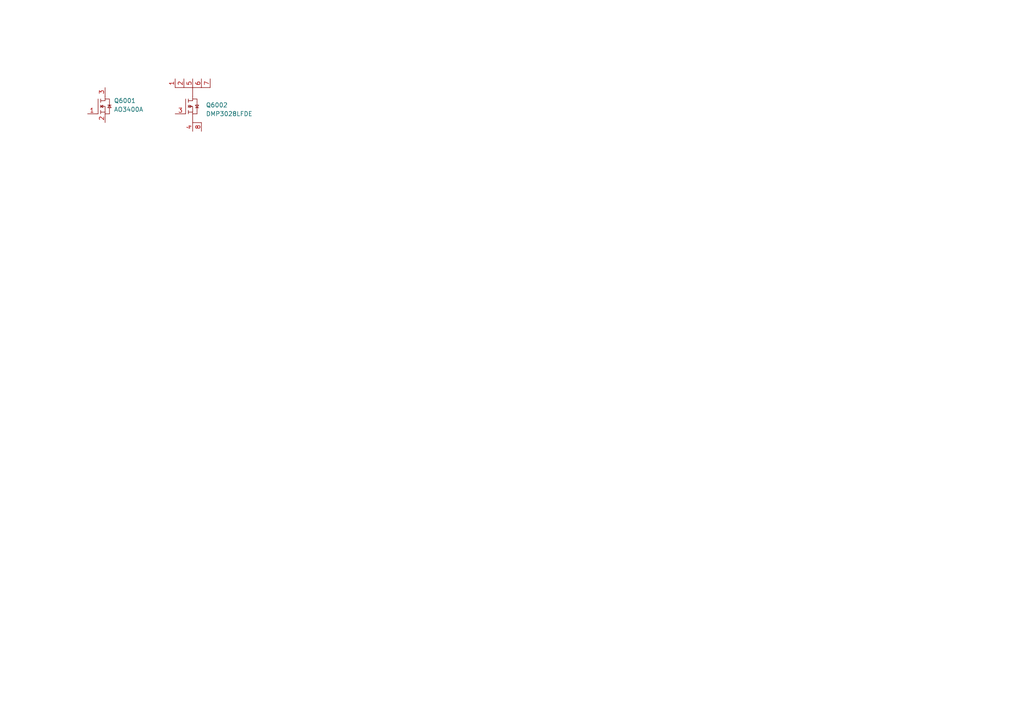
<source format=kicad_sch>
(kicad_sch
	(version 20231120)
	(generator "eeschema")
	(generator_version "8.0")
	(uuid "2a82675a-e6eb-448d-8f41-743d7f083535")
	(paper "A4")
	(title_block
		(title "Lily KiCad Library test")
		(date "2024-07-03")
		(rev "1")
		(company "LilyTronics")
	)
	(lib_symbols
		(symbol "lily_symbols:mosfet_n_AO3400A_sot23"
			(pin_names hide)
			(exclude_from_sim no)
			(in_bom yes)
			(on_board yes)
			(property "Reference" "Q"
				(at 7.62 3.81 0)
				(effects
					(font
						(size 1.27 1.27)
					)
					(justify left)
				)
			)
			(property "Value" "AO3400A"
				(at 7.62 1.27 0)
				(effects
					(font
						(size 1.27 1.27)
					)
					(justify left)
				)
			)
			(property "Footprint" "lily_footprints:sot23"
				(at 5.08 -15.24 0)
				(effects
					(font
						(size 1.27 1.27)
					)
					(hide yes)
				)
			)
			(property "Datasheet" ""
				(at -5.08 -2.54 0)
				(effects
					(font
						(size 1.27 1.27)
					)
					(hide yes)
				)
			)
			(property "Description" ""
				(at 0 0 0)
				(effects
					(font
						(size 1.27 1.27)
					)
					(hide yes)
				)
			)
			(property "Revision" "1"
				(at 5.08 -10.16 0)
				(effects
					(font
						(size 1.27 1.27)
					)
					(hide yes)
				)
			)
			(property "Status" "Active"
				(at 5.08 -12.7 0)
				(effects
					(font
						(size 1.27 1.27)
					)
					(hide yes)
				)
			)
			(property "Manufacturer" "Alpha and Omega Semicon "
				(at 5.08 -17.78 0)
				(effects
					(font
						(size 1.27 1.27)
					)
					(hide yes)
				)
			)
			(property "Manufacturer_ID" "AO3400A"
				(at 5.08 -20.32 0)
				(effects
					(font
						(size 1.27 1.27)
					)
					(hide yes)
				)
			)
			(property "Lily_ID" "1918-10001"
				(at 5.08 -22.86 0)
				(effects
					(font
						(size 1.27 1.27)
					)
					(hide yes)
				)
			)
			(property "JLCPCB_ID" "C20917"
				(at 5.08 -25.4 0)
				(effects
					(font
						(size 1.27 1.27)
					)
					(hide yes)
				)
			)
			(property "JLCPCB_STATUS" "Basic"
				(at 5.08 -27.94 0)
				(effects
					(font
						(size 1.27 1.27)
					)
					(hide yes)
				)
			)
			(symbol "mosfet_n_AO3400A_sot23_0_1"
				(polyline
					(pts
						(xy 3.048 0) (xy 2.54 0)
					)
					(stroke
						(width 0)
						(type default)
					)
					(fill
						(type none)
					)
				)
				(polyline
					(pts
						(xy 3.048 4.318) (xy 3.048 0)
					)
					(stroke
						(width 0)
						(type default)
					)
					(fill
						(type none)
					)
				)
				(polyline
					(pts
						(xy 3.81 0) (xy 3.81 1.016)
					)
					(stroke
						(width 0)
						(type default)
					)
					(fill
						(type none)
					)
				)
				(polyline
					(pts
						(xy 3.81 0.508) (xy 5.08 0.508)
					)
					(stroke
						(width 0)
						(type default)
					)
					(fill
						(type none)
					)
				)
				(polyline
					(pts
						(xy 3.81 1.778) (xy 3.81 2.54)
					)
					(stroke
						(width 0)
						(type default)
					)
					(fill
						(type none)
					)
				)
				(polyline
					(pts
						(xy 3.81 4.318) (xy 3.81 3.302)
					)
					(stroke
						(width 0)
						(type default)
					)
					(fill
						(type none)
					)
				)
				(polyline
					(pts
						(xy 5.08 3.81) (xy 3.81 3.81)
					)
					(stroke
						(width 0)
						(type default)
					)
					(fill
						(type none)
					)
				)
				(polyline
					(pts
						(xy 5.08 5.08) (xy 5.08 3.81)
					)
					(stroke
						(width 0)
						(type default)
					)
					(fill
						(type none)
					)
				)
				(polyline
					(pts
						(xy 5.842 2.54) (xy 6.858 2.54)
					)
					(stroke
						(width 0)
						(type default)
					)
					(fill
						(type none)
					)
				)
				(polyline
					(pts
						(xy 6.35 0) (xy 5.08 0)
					)
					(stroke
						(width 0)
						(type default)
					)
					(fill
						(type none)
					)
				)
				(polyline
					(pts
						(xy 3.81 2.159) (xy 5.08 2.159) (xy 5.08 0)
					)
					(stroke
						(width 0)
						(type default)
					)
					(fill
						(type none)
					)
				)
				(polyline
					(pts
						(xy 5.08 4.318) (xy 6.35 4.318) (xy 6.35 0)
					)
					(stroke
						(width 0)
						(type default)
					)
					(fill
						(type none)
					)
				)
				(polyline
					(pts
						(xy 3.81 2.159) (xy 4.445 2.54) (xy 4.445 1.778) (xy 3.81 2.159)
					)
					(stroke
						(width 0)
						(type default)
					)
					(fill
						(type none)
					)
				)
				(polyline
					(pts
						(xy 6.35 2.54) (xy 5.842 1.778) (xy 6.858 1.778) (xy 6.35 2.54)
					)
					(stroke
						(width 0)
						(type default)
					)
					(fill
						(type none)
					)
				)
			)
			(symbol "mosfet_n_AO3400A_sot23_1_1"
				(pin passive line
					(at 0 0 0)
					(length 2.54)
					(name ""
						(effects
							(font
								(size 1.27 1.27)
							)
						)
					)
					(number "1"
						(effects
							(font
								(size 1.27 1.27)
							)
						)
					)
				)
				(pin passive line
					(at 5.08 -2.54 90)
					(length 2.54)
					(name ""
						(effects
							(font
								(size 1.27 1.27)
							)
						)
					)
					(number "2"
						(effects
							(font
								(size 1.27 1.27)
							)
						)
					)
				)
				(pin passive line
					(at 5.08 7.62 270)
					(length 2.54)
					(name ""
						(effects
							(font
								(size 1.27 1.27)
							)
						)
					)
					(number "3"
						(effects
							(font
								(size 1.27 1.27)
							)
						)
					)
				)
			)
		)
		(symbol "lily_symbols:mosfet_p_DMP3028LFDE_sot1220"
			(exclude_from_sim no)
			(in_bom yes)
			(on_board yes)
			(property "Reference" "Q"
				(at 8.89 2.54 0)
				(effects
					(font
						(size 1.27 1.27)
					)
					(justify left)
				)
			)
			(property "Value" "DMP3028LFDE"
				(at 8.89 0 0)
				(effects
					(font
						(size 1.27 1.27)
					)
					(justify left)
				)
			)
			(property "Footprint" "lily_footprints:sot1220_dnf2020md-6_type_e"
				(at 5.08 -17.78 0)
				(effects
					(font
						(size 1.27 1.27)
					)
					(hide yes)
				)
			)
			(property "Datasheet" ""
				(at -5.08 -2.54 0)
				(effects
					(font
						(size 1.27 1.27)
					)
					(hide yes)
				)
			)
			(property "Description" ""
				(at -2.54 0 0)
				(effects
					(font
						(size 1.27 1.27)
					)
					(hide yes)
				)
			)
			(property "Revision" "1"
				(at 5.08 -12.7 0)
				(effects
					(font
						(size 1.27 1.27)
					)
					(hide yes)
				)
			)
			(property "Status" "Active"
				(at 5.08 -15.24 0)
				(effects
					(font
						(size 1.27 1.27)
					)
					(hide yes)
				)
			)
			(property "Manufacturer" "Diodes Incorporated"
				(at 5.08 -20.32 0)
				(effects
					(font
						(size 1.27 1.27)
					)
					(hide yes)
				)
			)
			(property "Manufacturer_ID" "DMP3028LFDE"
				(at 5.08 -22.86 0)
				(effects
					(font
						(size 1.27 1.27)
					)
					(hide yes)
				)
			)
			(property "Lily_ID" "1918-10002"
				(at 5.08 -25.4 0)
				(effects
					(font
						(size 1.27 1.27)
					)
					(hide yes)
				)
			)
			(property "JLCPCB_ID" "C150441"
				(at 5.08 -27.94 0)
				(effects
					(font
						(size 1.27 1.27)
					)
					(hide yes)
				)
			)
			(property "JLCPCB_STATUS" "Extended"
				(at 5.08 -30.48 0)
				(effects
					(font
						(size 1.27 1.27)
					)
					(hide yes)
				)
			)
			(symbol "mosfet_p_DMP3028LFDE_sot1220_0_1"
				(polyline
					(pts
						(xy 3.048 4.318) (xy 3.048 0)
					)
					(stroke
						(width 0)
						(type default)
					)
					(fill
						(type none)
					)
				)
				(polyline
					(pts
						(xy 3.81 0) (xy 3.81 1.016)
					)
					(stroke
						(width 0)
						(type default)
					)
					(fill
						(type none)
					)
				)
				(polyline
					(pts
						(xy 3.81 0.508) (xy 5.08 0.508)
					)
					(stroke
						(width 0)
						(type default)
					)
					(fill
						(type none)
					)
				)
				(polyline
					(pts
						(xy 3.81 1.778) (xy 3.81 2.54)
					)
					(stroke
						(width 0)
						(type default)
					)
					(fill
						(type none)
					)
				)
				(polyline
					(pts
						(xy 3.81 4.318) (xy 3.81 3.302)
					)
					(stroke
						(width 0)
						(type default)
					)
					(fill
						(type none)
					)
				)
				(polyline
					(pts
						(xy 5.08 0) (xy 5.08 -2.54)
					)
					(stroke
						(width 0)
						(type default)
					)
					(fill
						(type none)
					)
				)
				(polyline
					(pts
						(xy 5.08 3.81) (xy 3.81 3.81)
					)
					(stroke
						(width 0)
						(type default)
					)
					(fill
						(type none)
					)
				)
				(polyline
					(pts
						(xy 5.08 5.08) (xy 5.08 3.81)
					)
					(stroke
						(width 0)
						(type default)
					)
					(fill
						(type none)
					)
				)
				(polyline
					(pts
						(xy 5.08 5.08) (xy 5.08 7.62)
					)
					(stroke
						(width 0)
						(type default)
					)
					(fill
						(type none)
					)
				)
				(polyline
					(pts
						(xy 5.842 1.778) (xy 6.858 1.778)
					)
					(stroke
						(width 0)
						(type default)
					)
					(fill
						(type none)
					)
				)
				(polyline
					(pts
						(xy 6.35 0) (xy 5.08 0)
					)
					(stroke
						(width 0)
						(type default)
					)
					(fill
						(type none)
					)
				)
				(polyline
					(pts
						(xy 7.62 -2.54) (xy 5.08 -2.54)
					)
					(stroke
						(width 0)
						(type default)
					)
					(fill
						(type none)
					)
				)
				(polyline
					(pts
						(xy 7.62 7.62) (xy 0 7.62)
					)
					(stroke
						(width 0)
						(type default)
					)
					(fill
						(type none)
					)
				)
				(polyline
					(pts
						(xy 7.62 7.62) (xy 10.16 7.62)
					)
					(stroke
						(width 0)
						(type default)
					)
					(fill
						(type none)
					)
				)
				(polyline
					(pts
						(xy 3.81 2.159) (xy 5.08 2.159) (xy 5.08 0)
					)
					(stroke
						(width 0)
						(type default)
					)
					(fill
						(type none)
					)
				)
				(polyline
					(pts
						(xy 5.08 4.318) (xy 6.35 4.318) (xy 6.35 0)
					)
					(stroke
						(width 0)
						(type default)
					)
					(fill
						(type none)
					)
				)
				(polyline
					(pts
						(xy 4.826 2.159) (xy 4.191 1.778) (xy 4.191 2.54) (xy 4.826 2.159)
					)
					(stroke
						(width 0)
						(type default)
					)
					(fill
						(type none)
					)
				)
				(polyline
					(pts
						(xy 6.35 1.778) (xy 6.858 2.54) (xy 5.842 2.54) (xy 6.35 1.778)
					)
					(stroke
						(width 0)
						(type default)
					)
					(fill
						(type none)
					)
				)
			)
			(symbol "mosfet_p_DMP3028LFDE_sot1220_1_1"
				(pin passive line
					(at 0 10.16 270)
					(length 2.54)
					(name ""
						(effects
							(font
								(size 1.27 1.27)
							)
						)
					)
					(number "1"
						(effects
							(font
								(size 1.27 1.27)
							)
						)
					)
				)
				(pin passive line
					(at 2.54 10.16 270)
					(length 2.54)
					(name ""
						(effects
							(font
								(size 1.27 1.27)
							)
						)
					)
					(number "2"
						(effects
							(font
								(size 1.27 1.27)
							)
						)
					)
				)
				(pin passive line
					(at 0 0 0)
					(length 3.048)
					(name ""
						(effects
							(font
								(size 1.27 1.27)
							)
						)
					)
					(number "3"
						(effects
							(font
								(size 1.27 1.27)
							)
						)
					)
				)
				(pin passive line
					(at 5.08 -5.08 90)
					(length 2.54)
					(name ""
						(effects
							(font
								(size 1.27 1.27)
							)
						)
					)
					(number "4"
						(effects
							(font
								(size 1.27 1.27)
							)
						)
					)
				)
				(pin passive line
					(at 5.08 10.16 270)
					(length 2.54)
					(name ""
						(effects
							(font
								(size 1.27 1.27)
							)
						)
					)
					(number "5"
						(effects
							(font
								(size 1.27 1.27)
							)
						)
					)
				)
				(pin passive line
					(at 7.62 10.16 270)
					(length 2.54)
					(name ""
						(effects
							(font
								(size 1.27 1.27)
							)
						)
					)
					(number "6"
						(effects
							(font
								(size 1.27 1.27)
							)
						)
					)
				)
				(pin passive line
					(at 10.16 10.16 270)
					(length 2.54)
					(name ""
						(effects
							(font
								(size 1.27 1.27)
							)
						)
					)
					(number "7"
						(effects
							(font
								(size 1.27 1.27)
							)
						)
					)
				)
				(pin passive line
					(at 7.62 -5.08 90)
					(length 2.54)
					(name ""
						(effects
							(font
								(size 1.27 1.27)
							)
						)
					)
					(number "8"
						(effects
							(font
								(size 1.27 1.27)
							)
						)
					)
				)
			)
		)
	)
	(symbol
		(lib_id "lily_symbols:mosfet_n_AO3400A_sot23")
		(at 25.4 33.02 0)
		(unit 1)
		(exclude_from_sim no)
		(in_bom yes)
		(on_board yes)
		(dnp no)
		(uuid "135c98c4-6a87-4d2f-a9be-1313a5ed7543")
		(property "Reference" "Q6001"
			(at 33.02 29.21 0)
			(effects
				(font
					(size 1.27 1.27)
				)
				(justify left)
			)
		)
		(property "Value" "AO3400A"
			(at 33.02 31.75 0)
			(effects
				(font
					(size 1.27 1.27)
				)
				(justify left)
			)
		)
		(property "Footprint" "lily_footprints:sot23"
			(at 30.48 48.26 0)
			(effects
				(font
					(size 1.27 1.27)
				)
				(hide yes)
			)
		)
		(property "Datasheet" ""
			(at 20.32 35.56 0)
			(effects
				(font
					(size 1.27 1.27)
				)
				(hide yes)
			)
		)
		(property "Description" ""
			(at 25.4 33.02 0)
			(effects
				(font
					(size 1.27 1.27)
				)
				(hide yes)
			)
		)
		(property "Revision" "1"
			(at 30.48 43.18 0)
			(effects
				(font
					(size 1.27 1.27)
				)
				(hide yes)
			)
		)
		(property "Status" "Active"
			(at 30.48 45.72 0)
			(effects
				(font
					(size 1.27 1.27)
				)
				(hide yes)
			)
		)
		(property "Manufacturer" "Alpha and Omega Semicon "
			(at 30.48 50.8 0)
			(effects
				(font
					(size 1.27 1.27)
				)
				(hide yes)
			)
		)
		(property "Manufacturer_ID" "AO3400A"
			(at 30.48 53.34 0)
			(effects
				(font
					(size 1.27 1.27)
				)
				(hide yes)
			)
		)
		(property "Lily_ID" "1918-10001"
			(at 30.48 55.88 0)
			(effects
				(font
					(size 1.27 1.27)
				)
				(hide yes)
			)
		)
		(property "JLCPCB_ID" "C20917"
			(at 30.48 58.42 0)
			(effects
				(font
					(size 1.27 1.27)
				)
				(hide yes)
			)
		)
		(property "JLCPCB_STATUS" "Basic"
			(at 30.48 60.96 0)
			(effects
				(font
					(size 1.27 1.27)
				)
				(hide yes)
			)
		)
		(pin "1"
			(uuid "0bc810b9-245c-4d80-a7d0-a42b366f850d")
		)
		(pin "3"
			(uuid "c9a385e6-5c6b-4734-9eb7-abc4941f2640")
		)
		(pin "2"
			(uuid "0574b565-e464-4478-a3c1-5f02b394a64c")
		)
		(instances
			(project "kicad_lib_test"
				(path "/032b8f2d-5c08-4381-9e3a-c197ca84e3c5/510e0627-29ea-444b-9808-b352b324c010"
					(reference "Q6001")
					(unit 1)
				)
			)
		)
	)
	(symbol
		(lib_id "lily_symbols:mosfet_p_DMP3028LFDE_sot1220")
		(at 50.8 33.02 0)
		(unit 1)
		(exclude_from_sim no)
		(in_bom yes)
		(on_board yes)
		(dnp no)
		(uuid "91ba9415-dee4-4a26-a7c1-6b008018ac7e")
		(property "Reference" "Q6002"
			(at 59.69 30.48 0)
			(effects
				(font
					(size 1.27 1.27)
				)
				(justify left)
			)
		)
		(property "Value" "DMP3028LFDE"
			(at 59.69 33.02 0)
			(effects
				(font
					(size 1.27 1.27)
				)
				(justify left)
			)
		)
		(property "Footprint" "lily_footprints:sot1220_dnf2020md-6_type_e"
			(at 55.88 50.8 0)
			(effects
				(font
					(size 1.27 1.27)
				)
				(hide yes)
			)
		)
		(property "Datasheet" ""
			(at 45.72 35.56 0)
			(effects
				(font
					(size 1.27 1.27)
				)
				(hide yes)
			)
		)
		(property "Description" ""
			(at 48.26 33.02 0)
			(effects
				(font
					(size 1.27 1.27)
				)
				(hide yes)
			)
		)
		(property "Revision" "1"
			(at 55.88 45.72 0)
			(effects
				(font
					(size 1.27 1.27)
				)
				(hide yes)
			)
		)
		(property "Status" "Active"
			(at 55.88 48.26 0)
			(effects
				(font
					(size 1.27 1.27)
				)
				(hide yes)
			)
		)
		(property "Manufacturer" "Diodes Incorporated"
			(at 55.88 53.34 0)
			(effects
				(font
					(size 1.27 1.27)
				)
				(hide yes)
			)
		)
		(property "Manufacturer_ID" "DMP3028LFDE"
			(at 55.88 55.88 0)
			(effects
				(font
					(size 1.27 1.27)
				)
				(hide yes)
			)
		)
		(property "Lily_ID" "1918-10002"
			(at 55.88 58.42 0)
			(effects
				(font
					(size 1.27 1.27)
				)
				(hide yes)
			)
		)
		(property "JLCPCB_ID" "C150441"
			(at 55.88 60.96 0)
			(effects
				(font
					(size 1.27 1.27)
				)
				(hide yes)
			)
		)
		(property "JLCPCB_STATUS" "Extended"
			(at 55.88 63.5 0)
			(effects
				(font
					(size 1.27 1.27)
				)
				(hide yes)
			)
		)
		(pin "7"
			(uuid "db626b28-5683-4a04-8b6a-a3f9b54a9dfa")
		)
		(pin "4"
			(uuid "399673f5-b246-4c6f-bd1e-36f305d41744")
		)
		(pin "1"
			(uuid "27a11b16-3fb6-4a04-b32f-2c2695454cce")
		)
		(pin "5"
			(uuid "7ebb4ad0-329a-4d3c-95c6-2f2744ae8815")
		)
		(pin "8"
			(uuid "19465dc9-90d0-44b3-9509-4d5c9f827c83")
		)
		(pin "3"
			(uuid "4bd81eb8-d152-4f74-ae39-3b83f937149a")
		)
		(pin "6"
			(uuid "6abce5a8-8538-4053-9615-439e5e19b985")
		)
		(pin "2"
			(uuid "1155d395-12d1-4a78-bae2-127084b3f0f2")
		)
		(instances
			(project "kicad_lib_test"
				(path "/032b8f2d-5c08-4381-9e3a-c197ca84e3c5/510e0627-29ea-444b-9808-b352b324c010"
					(reference "Q6002")
					(unit 1)
				)
			)
		)
	)
)
</source>
